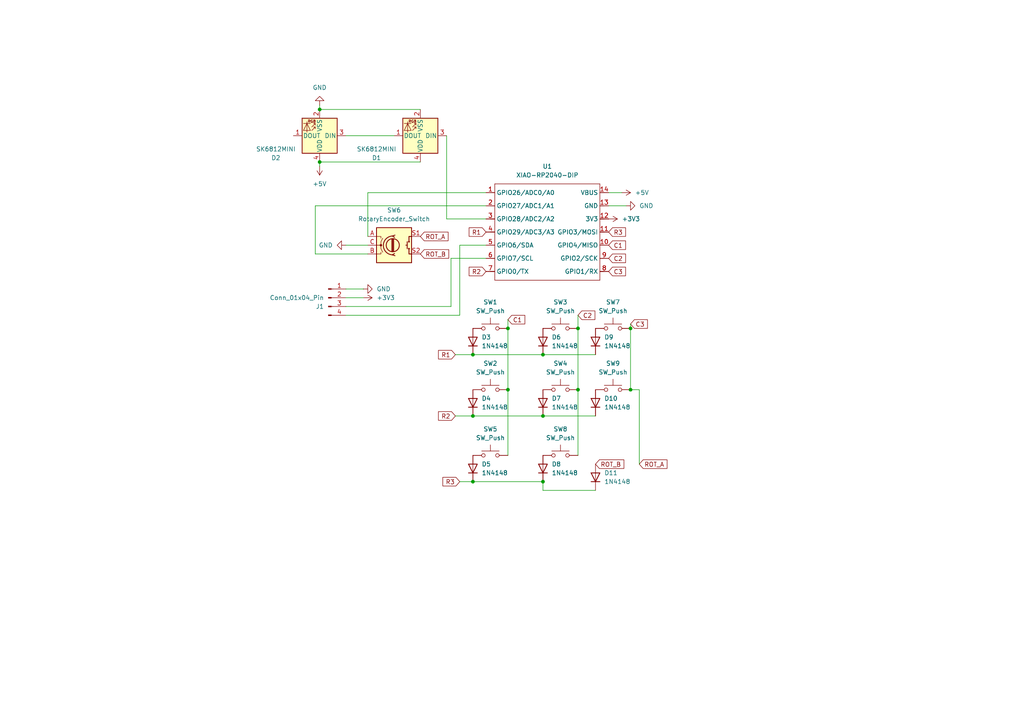
<source format=kicad_sch>
(kicad_sch (version 20250114) (generator "eeschema") (generator_version "9.0")
  (paper "A4")
  (lib_symbols
    (symbol "Connector:Conn_01x04_Pin" (pin_names (offset 1.016) (hide yes))
      (property "Reference" "J" (at 0 5.08 0))
      (property "Value" "Conn_01x04_Pin" (at 0 -7.62 0))
      (symbol "Conn_01x04_Pin_1_1"
        (rectangle (start 0.8636 2.667) (end 0 2.413) (stroke (width 0.1524)) (fill (type outline)))
        (rectangle (start 0.8636 0.127) (end 0 -0.127) (stroke (width 0.1524)) (fill (type outline)))
        (rectangle (start 0.8636 -2.413) (end 0 -2.667) (stroke (width 0.1524)) (fill (type outline)))
        (rectangle (start 0.8636 -4.953) (end 0 -5.207) (stroke (width 0.1524)) (fill (type outline)))
        (polyline (pts (xy 1.27 2.54) (xy 0.8636 2.54)) (stroke (width 0.1524)))
        (polyline (pts (xy 1.27 0) (xy 0.8636 0)) (stroke (width 0.1524)))
        (polyline (pts (xy 1.27 -2.54) (xy 0.8636 -2.54)) (stroke (width 0.1524)))
        (polyline (pts (xy 1.27 -5.08) (xy 0.8636 -5.08)) (stroke (width 0.1524)))
        (pin passive line (at 5.08 2.54 180) (length 3.81) (name "Pin_1") (number "1"))
        (pin passive line (at 5.08 0 180) (length 3.81) (name "Pin_2") (number "2"))
        (pin passive line (at 5.08 -2.54 180) (length 3.81) (name "Pin_3") (number "3"))
        (pin passive line (at 5.08 -5.08 180) (length 3.81) (name "Pin_4") (number "4"))
      )
    )
    (symbol "Device:RotaryEncoder_Switch" (pin_names (offset 0.254) (hide yes))
      (property "Reference" "SW" (at 0 6.604 0))
      (property "Value" "RotaryEncoder_Switch" (at 0 -6.604 0))
      (symbol "RotaryEncoder_Switch_0_1"
        (rectangle (start -5.08 5.08) (end 5.08 -5.08) (stroke (width 0.254)) (fill (type background)))
        (polyline (pts (xy -5.08 2.54) (xy -3.81 2.54) (xy -3.81 2.032)))
        (polyline (pts (xy -5.08 0) (xy -3.81 0) (xy -3.81 -1.016) (xy -3.302 -2.032)))
        (polyline (pts (xy -5.08 -2.54) (xy -3.81 -2.54) (xy -3.81 -2.032)))
        (polyline (pts (xy -4.318 0) (xy -3.81 0) (xy -3.81 1.016) (xy -3.302 2.032)))
        (circle (center -3.81 0) (radius 0.254) (fill (type outline)))
        (polyline (pts (xy -0.635 -1.778) (xy -0.635 1.778)) (stroke (width 0.254)))
        (circle (center -0.381 0) (radius 1.905) (stroke (width 0.254)))
        (polyline (pts (xy -0.381 -1.778) (xy -0.381 1.778)) (stroke (width 0.254)))
        (arc (start -0.381 -2.794) (mid -3.0988 -0.0635) (end -0.381 2.667) (stroke (width 0.254)))
        (polyline (pts (xy -0.127 1.778) (xy -0.127 -1.778)) (stroke (width 0.254)))
        (polyline (pts (xy 0.254 2.921) (xy -0.508 2.667) (xy 0.127 2.286)) (stroke (width 0.254)))
        (polyline (pts (xy 0.254 -3.048) (xy -0.508 -2.794) (xy 0.127 -2.413)) (stroke (width 0.254)))
        (polyline (pts (xy 3.81 1.016) (xy 3.81 -1.016)) (stroke (width 0.254)))
        (polyline (pts (xy 3.81 0) (xy 3.429 0)) (stroke (width 0.254)))
        (circle (center 4.318 1.016) (radius 0.127) (stroke (width 0.254)))
        (circle (center 4.318 -1.016) (radius 0.127) (stroke (width 0.254)))
        (polyline (pts (xy 5.08 2.54) (xy 4.318 2.54) (xy 4.318 1.016)) (stroke (width 0.254)))
        (polyline (pts (xy 5.08 -2.54) (xy 4.318 -2.54) (xy 4.318 -1.016)) (stroke (width 0.254)))
      )
      (symbol "RotaryEncoder_Switch_1_1"
        (pin passive line (at -7.62 2.54 0) (length 2.54) (name "A") (number "A"))
        (pin passive line (at -7.62 0 0) (length 2.54) (name "C") (number "C"))
        (pin passive line (at -7.62 -2.54 0) (length 2.54) (name "B") (number "B"))
        (pin passive line (at 7.62 2.54 180) (length 2.54) (name "S1") (number "S1"))
        (pin passive line (at 7.62 -2.54 180) (length 2.54) (name "S2") (number "S2"))
      )
    )
    (symbol "Diode:1N4148" (pin_numbers (hide yes)) (pin_names (hide yes))
      (property "Reference" "D" (at 0 2.54 0))
      (property "Value" "1N4148" (at 0 -2.54 0))
      (symbol "1N4148_0_1"
        (polyline (pts (xy -1.27 1.27) (xy -1.27 -1.27)) (stroke (width 0.254)))
        (polyline (pts (xy 1.27 1.27) (xy 1.27 -1.27) (xy -1.27 0) (xy 1.27 1.27)) (stroke (width 0.254)))
        (polyline (pts (xy 1.27 0) (xy -1.27 0)))
      )
      (symbol "1N4148_1_1"
        (pin passive line (at -3.81 0 0) (length 2.54) (name "K") (number "1"))
        (pin passive line (at 3.81 0 180) (length 2.54) (name "A") (number "2"))
      )
    )
    (symbol "LED:SK6812MINI" (pin_names (offset 0.254))
      (property "Reference" "D" (at 5.08 5.715 0))
      (property "Value" "SK6812MINI" (at 1.27 -5.715 0))
      (symbol "SK6812MINI_0_0"
        (text "RGB" (at 2.286 -4.191 0) (effects (font (size 0.762 0.762))))
      )
      (symbol "SK6812MINI_0_1"
        (polyline (pts (xy 1.27 -2.54) (xy 1.778 -2.54)))
        (polyline (pts (xy 1.27 -3.556) (xy 1.778 -3.556)))
        (polyline (pts (xy 2.286 -1.524) (xy 1.27 -2.54) (xy 1.27 -2.032)))
        (polyline (pts (xy 2.286 -2.54) (xy 1.27 -3.556) (xy 1.27 -3.048)))
        (polyline (pts (xy 3.683 -1.016) (xy 3.683 -3.556) (xy 3.683 -4.064)))
        (polyline (pts (xy 4.699 -1.524) (xy 2.667 -1.524) (xy 3.683 -3.556) (xy 4.699 -1.524)))
        (polyline (pts (xy 4.699 -3.556) (xy 2.667 -3.556)))
        (rectangle (start 5.08 5.08) (end -5.08 -5.08) (stroke (width 0.254)) (fill (type background)))
      )
      (symbol "SK6812MINI_1_1"
        (pin input line (at -7.62 0 0) (length 2.54) (name "DIN") (number "3"))
        (pin power_in line (at 0 7.62 270) (length 2.54) (name "VDD") (number "4"))
        (pin power_in line (at 0 -7.62 90) (length 2.54) (name "VSS") (number "2"))
        (pin output line (at 7.62 0 180) (length 2.54) (name "DOUT") (number "1"))
      )
    )
    (symbol "OPL:XIAO-RP2040-DIP"
      (property "Reference" "U" (at 0 0 0))
      (property "Value" "XIAO-RP2040-DIP" (at 5.334 -1.778 0))
      (symbol "XIAO-RP2040-DIP_1_0"
        (polyline (pts (xy -1.27 -2.54) (xy 29.21 -2.54)) (stroke (width 0.1524)))
        (polyline (pts (xy -1.27 -5.08) (xy -2.54 -5.08)) (stroke (width 0.1524)))
        (polyline (pts (xy -1.27 -5.08) (xy -1.27 -2.54)) (stroke (width 0.1524)))
        (polyline (pts (xy -1.27 -8.89) (xy -2.54 -8.89)) (stroke (width 0.1524)))
        (polyline (pts (xy -1.27 -8.89) (xy -1.27 -5.08)) (stroke (width 0.1524)))
        (polyline (pts (xy -1.27 -12.7) (xy -2.54 -12.7)) (stroke (width 0.1524)))
        (polyline (pts (xy -1.27 -12.7) (xy -1.27 -8.89)) (stroke (width 0.1524)))
        (polyline (pts (xy -1.27 -16.51) (xy -2.54 -16.51)) (stroke (width 0.1524)))
        (polyline (pts (xy -1.27 -16.51) (xy -1.27 -12.7)) (stroke (width 0.1524)))
        (polyline (pts (xy -1.27 -20.32) (xy -2.54 -20.32)) (stroke (width 0.1524)))
        (polyline (pts (xy -1.27 -24.13) (xy -2.54 -24.13)) (stroke (width 0.1524)))
        (polyline (pts (xy -1.27 -27.94) (xy -2.54 -27.94)) (stroke (width 0.1524)))
        (polyline (pts (xy -1.27 -30.48) (xy -1.27 -16.51)) (stroke (width 0.1524)))
        (polyline (pts (xy 29.21 -2.54) (xy 29.21 -5.08)) (stroke (width 0.1524)))
        (polyline (pts (xy 29.21 -5.08) (xy 29.21 -8.89)) (stroke (width 0.1524)))
        (polyline (pts (xy 29.21 -8.89) (xy 29.21 -12.7)) (stroke (width 0.1524)))
        (polyline (pts (xy 29.21 -12.7) (xy 29.21 -30.48)) (stroke (width 0.1524)))
        (polyline (pts (xy 29.21 -30.48) (xy -1.27 -30.48)) (stroke (width 0.1524)))
        (polyline (pts (xy 30.48 -5.08) (xy 29.21 -5.08)) (stroke (width 0.1524)))
        (polyline (pts (xy 30.48 -8.89) (xy 29.21 -8.89)) (stroke (width 0.1524)))
        (polyline (pts (xy 30.48 -12.7) (xy 29.21 -12.7)) (stroke (width 0.1524)))
        (polyline (pts (xy 30.48 -16.51) (xy 29.21 -16.51)) (stroke (width 0.1524)))
        (polyline (pts (xy 30.48 -20.32) (xy 29.21 -20.32)) (stroke (width 0.1524)))
        (polyline (pts (xy 30.48 -24.13) (xy 29.21 -24.13)) (stroke (width 0.1524)))
        (polyline (pts (xy 30.48 -27.94) (xy 29.21 -27.94)) (stroke (width 0.1524)))
        (pin passive line (at -3.81 -5.08 0) (length 2.54) (name "GPIO26/ADC0/A0") (number "1"))
        (pin passive line (at -3.81 -8.89 0) (length 2.54) (name "GPIO27/ADC1/A1") (number "2"))
        (pin passive line (at -3.81 -12.7 0) (length 2.54) (name "GPIO28/ADC2/A2") (number "3"))
        (pin passive line (at -3.81 -16.51 0) (length 2.54) (name "GPIO29/ADC3/A3") (number "4"))
        (pin passive line (at -3.81 -20.32 0) (length 2.54) (name "GPIO6/SDA") (number "5"))
        (pin passive line (at -3.81 -24.13 0) (length 2.54) (name "GPIO7/SCL") (number "6"))
        (pin passive line (at -3.81 -27.94 0) (length 2.54) (name "GPIO0/TX") (number "7"))
        (pin passive line (at 31.75 -5.08 180) (length 2.54) (name "VBUS") (number "14"))
        (pin passive line (at 31.75 -8.89 180) (length 2.54) (name "GND") (number "13"))
        (pin passive line (at 31.75 -12.7 180) (length 2.54) (name "3V3") (number "12"))
        (pin passive line (at 31.75 -16.51 180) (length 2.54) (name "GPIO3/MOSI") (number "11"))
        (pin passive line (at 31.75 -20.32 180) (length 2.54) (name "GPIO4/MISO") (number "10"))
        (pin passive line (at 31.75 -24.13 180) (length 2.54) (name "GPIO2/SCK") (number "9"))
        (pin passive line (at 31.75 -27.94 180) (length 2.54) (name "GPIO1/RX") (number "8"))
      )
    )
    (symbol "Switch:SW_Push" (pin_numbers (hide yes)) (pin_names (offset 1.016) (hide yes))
      (property "Reference" "SW" (at 1.27 2.54 0))
      (property "Value" "SW_Push" (at 0 -1.524 0))
      (symbol "SW_Push_0_1"
        (circle (center -2.032 0) (radius 0.508))
        (polyline (pts (xy 0 1.27) (xy 0 3.048)))
        (circle (center 2.032 0) (radius 0.508))
        (polyline (pts (xy 2.54 1.27) (xy -2.54 1.27)))
        (pin passive line (at -5.08 0 0) (length 2.54) (name "1") (number "1"))
        (pin passive line (at 5.08 0 180) (length 2.54) (name "2") (number "2"))
      )
    )
    (symbol "power:+3V3" (power) (pin_numbers (hide yes)) (pin_names (offset 0) (hide yes))
      (property "Value" "+3V3" (at 0 3.556 0))
      (symbol "+3V3_0_1"
        (polyline (pts (xy -0.762 1.27) (xy 0 2.54)))
        (polyline (pts (xy 0 2.54) (xy 0.762 1.27)))
        (polyline (pts (xy 0 0) (xy 0 2.54)))
      )
      (symbol "+3V3_1_1"
        (pin power_in line (at 0 0 90) (length 0) (name "~") (number "1"))
      )
    )
    (symbol "power:+5V" (power) (pin_numbers (hide yes)) (pin_names (offset 0) (hide yes))
      (property "Value" "+5V" (at 0 3.556 0))
      (symbol "+5V_0_1"
        (polyline (pts (xy -0.762 1.27) (xy 0 2.54)))
        (polyline (pts (xy 0 2.54) (xy 0.762 1.27)))
        (polyline (pts (xy 0 0) (xy 0 2.54)))
      )
      (symbol "+5V_1_1"
        (pin power_in line (at 0 0 90) (length 0) (name "~") (number "1"))
      )
    )
    (symbol "power:GND" (power) (pin_numbers (hide yes)) (pin_names (offset 0) (hide yes))
      (property "Value" "GND" (at 0 -3.81 0))
      (symbol "GND_0_1"
        (polyline (pts (xy 0 0) (xy 0 -1.27) (xy 1.27 -1.27) (xy 0 -2.54) (xy -1.27 -1.27) (xy 0 -1.27)))
      )
      (symbol "GND_1_1"
        (pin power_in line (at 0 0 270) (length 0) (name "~") (number "1"))
      )
    )
  )
  (junction (at 92.71 31.75))
  (junction (at 137.16 102.87))
  (junction (at 182.88 95.25))
  (junction (at 92.71 46.99))
  (junction (at 147.32 113.03))
  (junction (at 182.88 113.03))
  (junction (at 147.32 95.25))
  (junction (at 157.48 102.87))
  (junction (at 157.48 139.7))
  (junction (at 137.16 120.65))
  (junction (at 157.48 120.65))
  (junction (at 137.16 139.7))
  (junction (at 167.64 95.25))
  (junction (at 167.64 113.03))
  (wire (pts (xy 132.08 120.65) (xy 137.16 120.65)))
  (wire (pts (xy 157.48 142.24) (xy 172.72 142.24)))
  (wire (pts (xy 105.41 83.82) (xy 100.33 83.82)))
  (wire (pts (xy 121.92 31.75) (xy 92.71 31.75)))
  (wire (pts (xy 130.81 74.93) (xy 130.81 88.9)))
  (wire (pts (xy 100.33 86.36) (xy 105.41 86.36)))
  (wire (pts (xy 133.35 91.44) (xy 133.35 71.12)))
  (wire (pts (xy 129.54 63.5) (xy 140.97 63.5)))
  (wire (pts (xy 182.88 95.25) (xy 182.88 113.03)))
  (wire (pts (xy 176.53 59.69) (xy 181.61 59.69)))
  (wire (pts (xy 157.48 139.7) (xy 157.48 142.24)))
  (wire (pts (xy 182.88 93.98) (xy 182.88 95.25)))
  (wire (pts (xy 176.53 55.88) (xy 180.34 55.88)))
  (wire (pts (xy 167.64 113.03) (xy 167.64 132.08)))
  (wire (pts (xy 106.68 73.66) (xy 91.44 73.66)))
  (wire (pts (xy 157.48 102.87) (xy 172.72 102.87)))
  (wire (pts (xy 137.16 120.65) (xy 157.48 120.65)))
  (wire (pts (xy 114.3 39.37) (xy 100.33 39.37)))
  (wire (pts (xy 91.44 59.69) (xy 140.97 59.69)))
  (wire (pts (xy 106.68 55.88) (xy 140.97 55.88)))
  (wire (pts (xy 121.92 46.99) (xy 92.71 46.99)))
  (wire (pts (xy 130.81 74.93) (xy 140.97 74.93)))
  (wire (pts (xy 185.42 113.03) (xy 182.88 113.03)))
  (wire (pts (xy 100.33 88.9) (xy 130.81 88.9)))
  (wire (pts (xy 167.64 95.25) (xy 167.64 113.03)))
  (wire (pts (xy 147.32 92.71) (xy 147.32 95.25)))
  (wire (pts (xy 92.71 31.75) (xy 92.71 30.48)))
  (wire (pts (xy 137.16 139.7) (xy 157.48 139.7)))
  (wire (pts (xy 100.33 91.44) (xy 133.35 91.44)))
  (wire (pts (xy 91.44 73.66) (xy 91.44 59.69)))
  (wire (pts (xy 147.32 95.25) (xy 147.32 113.03)))
  (wire (pts (xy 92.71 48.26) (xy 92.71 46.99)))
  (wire (pts (xy 137.16 102.87) (xy 157.48 102.87)))
  (wire (pts (xy 132.08 102.87) (xy 137.16 102.87)))
  (wire (pts (xy 100.33 71.12) (xy 106.68 71.12)))
  (wire (pts (xy 133.35 139.7) (xy 137.16 139.7)))
  (wire (pts (xy 167.64 91.44) (xy 167.64 95.25)))
  (wire (pts (xy 129.54 39.37) (xy 129.54 63.5)))
  (wire (pts (xy 147.32 113.03) (xy 147.32 132.08)))
  (wire (pts (xy 185.42 134.62) (xy 185.42 113.03)))
  (wire (pts (xy 133.35 71.12) (xy 140.97 71.12)))
  (wire (pts (xy 157.48 120.65) (xy 172.72 120.65)))
  (wire (pts (xy 106.68 68.58) (xy 106.68 55.88)))
  (global_label "C2" (shape input) (at 167.64 91.44 0) (property "Intersheetrefs" "${INTERSHEET_REFS}" (effects (hide yes))))
  (global_label "R1" (shape input) (at 132.08 102.87 180) (property "Intersheetrefs" "${INTERSHEET_REFS}" (effects (hide yes))))
  (global_label "R3" (shape input) (at 133.35 139.7 180) (property "Intersheetrefs" "${INTERSHEET_REFS}" (effects (hide yes))))
  (global_label "C1" (shape input) (at 176.53 71.12 0) (property "Intersheetrefs" "${INTERSHEET_REFS}" (effects (hide yes))))
  (global_label "ROT_B" (shape input) (at 172.72 134.62 0) (property "Intersheetrefs" "${INTERSHEET_REFS}" (effects (hide yes))))
  (global_label "C3" (shape input) (at 182.88 93.98 0) (property "Intersheetrefs" "${INTERSHEET_REFS}" (effects (hide yes))))
  (global_label "ROT_B" (shape input) (at 121.92 73.66 0) (property "Intersheetrefs" "${INTERSHEET_REFS}" (effects (hide yes))))
  (global_label "ROT_A" (shape input) (at 121.92 68.58 0) (property "Intersheetrefs" "${INTERSHEET_REFS}" (effects (hide yes))))
  (global_label "C1" (shape input) (at 147.32 92.71 0) (property "Intersheetrefs" "${INTERSHEET_REFS}" (effects (hide yes))))
  (global_label "C3" (shape input) (at 176.53 78.74 0) (property "Intersheetrefs" "${INTERSHEET_REFS}" (effects (hide yes))))
  (global_label "R3" (shape input) (at 176.53 67.31 0) (property "Intersheetrefs" "${INTERSHEET_REFS}" (effects (hide yes))))
  (global_label "C2" (shape input) (at 176.53 74.93 0) (property "Intersheetrefs" "${INTERSHEET_REFS}" (effects (hide yes))))
  (global_label "R2" (shape input) (at 132.08 120.65 180) (property "Intersheetrefs" "${INTERSHEET_REFS}" (effects (hide yes))))
  (global_label "R2" (shape input) (at 140.97 78.74 180) (property "Intersheetrefs" "${INTERSHEET_REFS}" (effects (hide yes))))
  (global_label "ROT_A" (shape input) (at 185.42 134.62 0) (property "Intersheetrefs" "${INTERSHEET_REFS}" (effects (hide yes))))
  (global_label "R1" (shape input) (at 140.97 67.31 180) (property "Intersheetrefs" "${INTERSHEET_REFS}" (effects (hide yes))))
  (symbol (lib_id "Switch:SW_Push") (at 162.56 95.25 0) (unit 1)
    (property "Reference" "SW3" (at 162.56 87.63 0))
    (property "Value" "SW_Push" (at 162.56 90.17 0))
    (property "Footprint" "Button_Switch_Keyboard:SW_Cherry_MX_1.00u_PCB" (effects (hide yes)))
    (property "Description" "Push button switch, generic, two pins" (effects (hide yes)))
  )
  (symbol (lib_id "Switch:SW_Push") (at 177.8 113.03 0) (unit 1)
    (property "Reference" "SW9" (at 177.8 105.41 0))
    (property "Value" "SW_Push" (at 177.8 107.95 0))
    (property "Footprint" "Button_Switch_Keyboard:SW_Cherry_MX_1.00u_PCB" (effects (hide yes)))
    (property "Description" "Push button switch, generic, two pins" (effects (hide yes)))
  )
  (symbol (lib_id "power:+3V3") (at 105.41 86.36 270) (unit 1)
    (property "Reference" "#PWR09" (effects (hide yes)))
    (property "Value" "+3V3" (at 109.22 86.3599 90) (effects (justify left)))
    (property "Description" "Power symbol creates a global label with name \"+3V3\"" (effects (hide yes)))
  )
  (symbol (lib_id "Switch:SW_Push") (at 162.56 113.03 0) (unit 1)
    (property "Reference" "SW4" (at 162.56 105.41 0))
    (property "Value" "SW_Push" (at 162.56 107.95 0))
    (property "Footprint" "Button_Switch_Keyboard:SW_Cherry_MX_1.00u_PCB" (effects (hide yes)))
    (property "Description" "Push button switch, generic, two pins" (effects (hide yes)))
  )
  (symbol (lib_id "power:GND") (at 181.61 59.69 90) (unit 1)
    (property "Reference" "#PWR04" (effects (hide yes)))
    (property "Value" "GND" (at 185.42 59.6899 90) (effects (justify right)))
    (property "Description" "Power symbol creates a global label with name \"GND\" , ground" (effects (hide yes)))
  )
  (symbol (lib_id "Switch:SW_Push") (at 162.56 132.08 0) (unit 1)
    (property "Reference" "SW8" (at 162.56 124.46 0))
    (property "Value" "SW_Push" (at 162.56 127 0))
    (property "Footprint" "Button_Switch_Keyboard:SW_Cherry_MX_1.00u_PCB" (effects (hide yes)))
    (property "Description" "Push button switch, generic, two pins" (effects (hide yes)))
  )
  (symbol (lib_id "power:+5V") (at 180.34 55.88 270) (unit 1)
    (property "Reference" "#PWR05" (effects (hide yes)))
    (property "Value" "+5V" (at 184.15 55.8799 90) (effects (justify left)))
    (property "Description" "Power symbol creates a global label with name \"+5V\"" (effects (hide yes)))
  )
  (symbol (lib_id "Diode:1N4148") (at 157.48 116.84 90) (unit 1)
    (property "Reference" "D7" (at 160.02 115.5699 90) (effects (justify right)))
    (property "Value" "1N4148" (at 160.02 118.1099 90) (effects (justify right)))
    (property "Footprint" "Diode_THT:D_DO-35_SOD27_P7.62mm_Horizontal" (effects (hide yes)))
    (property "Datasheet" "https://assets.nexperia.com/documents/data-sheet/1N4148_1N4448.pdf" (effects (hide yes)))
    (property "Description" "100V 0.15A standard switching diode, DO-35" (effects (hide yes)))
    (property "Sim.Device" "D" (effects (hide yes)))
    (property "Sim.Pins" "1=K 2=A" (effects (hide yes)))
  )
  (symbol (lib_id "OPL:XIAO-RP2040-DIP") (at 144.78 50.8 0) (unit 1)
    (property "Reference" "U1" (at 158.75 48.26 0))
    (property "Value" "XIAO-RP2040-DIP" (at 158.75 50.8 0))
    (property "Footprint" "OPL:XIAO-RP2040-DIP" (effects (hide yes)))
  )
  (symbol (lib_id "power:GND") (at 105.41 83.82 90) (unit 1)
    (property "Reference" "#PWR08" (effects (hide yes)))
    (property "Value" "GND" (at 109.22 83.8201 90) (effects (justify right)))
    (property "Description" "Power symbol creates a global label with name \"GND\" , ground" (effects (hide yes)))
  )
  (symbol (lib_id "Diode:1N4148") (at 157.48 99.06 90) (unit 1)
    (property "Reference" "D6" (at 160.02 97.7899 90) (effects (justify right)))
    (property "Value" "1N4148" (at 160.02 100.3299 90) (effects (justify right)))
    (property "Footprint" "Diode_THT:D_DO-35_SOD27_P7.62mm_Horizontal" (effects (hide yes)))
    (property "Datasheet" "https://assets.nexperia.com/documents/data-sheet/1N4148_1N4448.pdf" (effects (hide yes)))
    (property "Description" "100V 0.15A standard switching diode, DO-35" (effects (hide yes)))
    (property "Sim.Device" "D" (effects (hide yes)))
    (property "Sim.Pins" "1=K 2=A" (effects (hide yes)))
  )
  (symbol (lib_id "Diode:1N4148") (at 172.72 99.06 90) (unit 1)
    (property "Reference" "D9" (at 175.26 97.7899 90) (effects (justify right)))
    (property "Value" "1N4148" (at 175.26 100.3299 90) (effects (justify right)))
    (property "Footprint" "Diode_THT:D_DO-35_SOD27_P7.62mm_Horizontal" (effects (hide yes)))
    (property "Datasheet" "https://assets.nexperia.com/documents/data-sheet/1N4148_1N4448.pdf" (effects (hide yes)))
    (property "Description" "100V 0.15A standard switching diode, DO-35" (effects (hide yes)))
    (property "Sim.Device" "D" (effects (hide yes)))
    (property "Sim.Pins" "1=K 2=A" (effects (hide yes)))
  )
  (symbol (lib_id "Switch:SW_Push") (at 142.24 113.03 0) (unit 1)
    (property "Reference" "SW2" (at 142.24 105.41 0))
    (property "Value" "SW_Push" (at 142.24 107.95 0))
    (property "Footprint" "Button_Switch_Keyboard:SW_Cherry_MX_1.00u_PCB" (effects (hide yes)))
    (property "Description" "Push button switch, generic, two pins" (effects (hide yes)))
  )
  (symbol (lib_id "Switch:SW_Push") (at 177.8 95.25 0) (unit 1)
    (property "Reference" "SW7" (at 177.8 87.63 0))
    (property "Value" "SW_Push" (at 177.8 90.17 0))
    (property "Footprint" "Button_Switch_Keyboard:SW_Cherry_MX_1.00u_PCB" (effects (hide yes)))
    (property "Description" "Push button switch, generic, two pins" (effects (hide yes)))
  )
  (symbol (lib_id "LED:SK6812MINI") (at 92.71 39.37 180) (unit 1)
    (property "Reference" "D2" (at 80.01 45.7902 0))
    (property "Value" "SK6812MINI" (at 80.01 43.2502 0))
    (property "Footprint" "LED_SMD:LED_SK6812MINI_PLCC4_3.5x3.5mm_P1.75mm" (effects (hide yes)))
    (property "Datasheet" "https://cdn-shop.adafruit.com/product-files/2686/SK6812MINI_REV.01-1-2.pdf" (effects (hide yes)))
    (property "Description" "RGB LED with integrated controller" (effects (hide yes)))
  )
  (symbol (lib_id "Device:RotaryEncoder_Switch") (at 114.3 71.12 0) (unit 1)
    (property "Reference" "SW6" (at 114.3 60.96 0))
    (property "Value" "RotaryEncoder_Switch" (at 114.3 63.5 0))
    (property "Footprint" "Rotary_Encoder:RotaryEncoder_Alps_EC11E-Switch_Vertical_H20mm" (effects (hide yes)))
    (property "Description" "Rotary encoder, dual channel, incremental quadrate outputs, with switch" (effects (hide yes)))
  )
  (symbol (lib_id "Diode:1N4148") (at 172.72 116.84 90) (unit 1)
    (property "Reference" "D10" (at 175.26 115.5699 90) (effects (justify right)))
    (property "Value" "1N4148" (at 175.26 118.1099 90) (effects (justify right)))
    (property "Footprint" "Diode_THT:D_DO-35_SOD27_P7.62mm_Horizontal" (effects (hide yes)))
    (property "Datasheet" "https://assets.nexperia.com/documents/data-sheet/1N4148_1N4448.pdf" (effects (hide yes)))
    (property "Description" "100V 0.15A standard switching diode, DO-35" (effects (hide yes)))
    (property "Sim.Device" "D" (effects (hide yes)))
    (property "Sim.Pins" "1=K 2=A" (effects (hide yes)))
  )
  (symbol (lib_id "Connector:Conn_01x04_Pin") (at 95.25 86.36 0) (unit 1)
    (property "Reference" "J1" (at 93.98 88.9001 0) (effects (justify right)))
    (property "Value" "Conn_01x04_Pin" (at 93.98 86.3601 0) (effects (justify right)))
    (property "Footprint" "hackpad:SSD1306-0.91-OLED-4pin-128x32" (effects (hide yes)))
    (property "Description" "Generic connector, single row, 01x04, script generated" (effects (hide yes)))
  )
  (symbol (lib_id "Diode:1N4148") (at 137.16 135.89 90) (unit 1)
    (property "Reference" "D5" (at 139.7 134.6199 90) (effects (justify right)))
    (property "Value" "1N4148" (at 139.7 137.1599 90) (effects (justify right)))
    (property "Footprint" "Diode_THT:D_DO-35_SOD27_P7.62mm_Horizontal" (effects (hide yes)))
    (property "Datasheet" "https://assets.nexperia.com/documents/data-sheet/1N4148_1N4448.pdf" (effects (hide yes)))
    (property "Description" "100V 0.15A standard switching diode, DO-35" (effects (hide yes)))
    (property "Sim.Device" "D" (effects (hide yes)))
    (property "Sim.Pins" "1=K 2=A" (effects (hide yes)))
  )
  (symbol (lib_id "Diode:1N4148") (at 137.16 99.06 90) (unit 1)
    (property "Reference" "D3" (at 139.7 97.7899 90) (effects (justify right)))
    (property "Value" "1N4148" (at 139.7 100.3299 90) (effects (justify right)))
    (property "Footprint" "Diode_THT:D_DO-35_SOD27_P7.62mm_Horizontal" (effects (hide yes)))
    (property "Datasheet" "https://assets.nexperia.com/documents/data-sheet/1N4148_1N4448.pdf" (effects (hide yes)))
    (property "Description" "100V 0.15A standard switching diode, DO-35" (effects (hide yes)))
    (property "Sim.Device" "D" (effects (hide yes)))
    (property "Sim.Pins" "1=K 2=A" (effects (hide yes)))
  )
  (symbol (lib_id "power:GND") (at 100.33 71.12 270) (unit 1)
    (property "Reference" "#PWR06" (effects (hide yes)))
    (property "Value" "GND" (at 96.52 71.1199 90) (effects (justify right)))
    (property "Description" "Power symbol creates a global label with name \"GND\" , ground" (effects (hide yes)))
  )
  (symbol (lib_id "Diode:1N4148") (at 157.48 135.89 90) (unit 1)
    (property "Reference" "D8" (at 160.02 134.6199 90) (effects (justify right)))
    (property "Value" "1N4148" (at 160.02 137.1599 90) (effects (justify right)))
    (property "Footprint" "Diode_THT:D_DO-35_SOD27_P7.62mm_Horizontal" (effects (hide yes)))
    (property "Datasheet" "https://assets.nexperia.com/documents/data-sheet/1N4148_1N4448.pdf" (effects (hide yes)))
    (property "Description" "100V 0.15A standard switching diode, DO-35" (effects (hide yes)))
    (property "Sim.Device" "D" (effects (hide yes)))
    (property "Sim.Pins" "1=K 2=A" (effects (hide yes)))
  )
  (symbol (lib_id "power:GND") (at 92.71 30.48 180) (unit 1)
    (property "Reference" "#PWR01" (effects (hide yes)))
    (property "Value" "GND" (at 92.71 25.4 0))
    (property "Description" "Power symbol creates a global label with name \"GND\" , ground" (effects (hide yes)))
  )
  (symbol (lib_id "power:+5V") (at 92.71 48.26 180) (unit 1)
    (property "Reference" "#PWR02" (effects (hide yes)))
    (property "Value" "+5V" (at 92.71 53.34 0))
    (property "Description" "Power symbol creates a global label with name \"+5V\"" (effects (hide yes)))
  )
  (symbol (lib_id "LED:SK6812MINI") (at 121.92 39.37 180) (unit 1)
    (property "Reference" "D1" (at 109.22 45.7902 0))
    (property "Value" "SK6812MINI" (at 109.22 43.2502 0))
    (property "Footprint" "LED_SMD:LED_SK6812MINI_PLCC4_3.5x3.5mm_P1.75mm" (effects (hide yes)))
    (property "Datasheet" "https://cdn-shop.adafruit.com/product-files/2686/SK6812MINI_REV.01-1-2.pdf" (effects (hide yes)))
    (property "Description" "RGB LED with integrated controller" (effects (hide yes)))
  )
  (symbol (lib_id "Switch:SW_Push") (at 142.24 132.08 0) (unit 1)
    (property "Reference" "SW5" (at 142.24 124.46 0))
    (property "Value" "SW_Push" (at 142.24 127 0))
    (property "Footprint" "Button_Switch_Keyboard:SW_Cherry_MX_1.00u_PCB" (effects (hide yes)))
    (property "Description" "Push button switch, generic, two pins" (effects (hide yes)))
  )
  (symbol (lib_id "Diode:1N4148") (at 137.16 116.84 90) (unit 1)
    (property "Reference" "D4" (at 139.7 115.5699 90) (effects (justify right)))
    (property "Value" "1N4148" (at 139.7 118.1099 90) (effects (justify right)))
    (property "Footprint" "Diode_THT:D_DO-35_SOD27_P7.62mm_Horizontal" (effects (hide yes)))
    (property "Datasheet" "https://assets.nexperia.com/documents/data-sheet/1N4148_1N4448.pdf" (effects (hide yes)))
    (property "Description" "100V 0.15A standard switching diode, DO-35" (effects (hide yes)))
    (property "Sim.Device" "D" (effects (hide yes)))
    (property "Sim.Pins" "1=K 2=A" (effects (hide yes)))
  )
  (symbol (lib_id "Diode:1N4148") (at 172.72 138.43 90) (unit 1)
    (property "Reference" "D11" (at 175.26 137.1599 90) (effects (justify right)))
    (property "Value" "1N4148" (at 175.26 139.6999 90) (effects (justify right)))
    (property "Footprint" "Diode_THT:D_DO-35_SOD27_P7.62mm_Horizontal" (effects (hide yes)))
    (property "Datasheet" "https://assets.nexperia.com/documents/data-sheet/1N4148_1N4448.pdf" (effects (hide yes)))
    (property "Description" "100V 0.15A standard switching diode, DO-35" (effects (hide yes)))
    (property "Sim.Device" "D" (effects (hide yes)))
    (property "Sim.Pins" "1=K 2=A" (effects (hide yes)))
  )
  (symbol (lib_id "Switch:SW_Push") (at 142.24 95.25 0) (unit 1)
    (property "Reference" "SW1" (at 142.24 87.63 0))
    (property "Value" "SW_Push" (at 142.24 90.17 0))
    (property "Footprint" "Button_Switch_Keyboard:SW_Cherry_MX_1.00u_PCB" (effects (hide yes)))
    (property "Description" "Push button switch, generic, two pins" (effects (hide yes)))
  )
  (symbol (lib_id "power:+3V3") (at 176.53 63.5 270) (unit 1)
    (property "Reference" "#PWR010" (effects (hide yes)))
    (property "Value" "+3V3" (at 180.34 63.4999 90) (effects (justify left)))
    (property "Description" "Power symbol creates a global label with name \"+3V3\"" (effects (hide yes)))
  )
)
</source>
